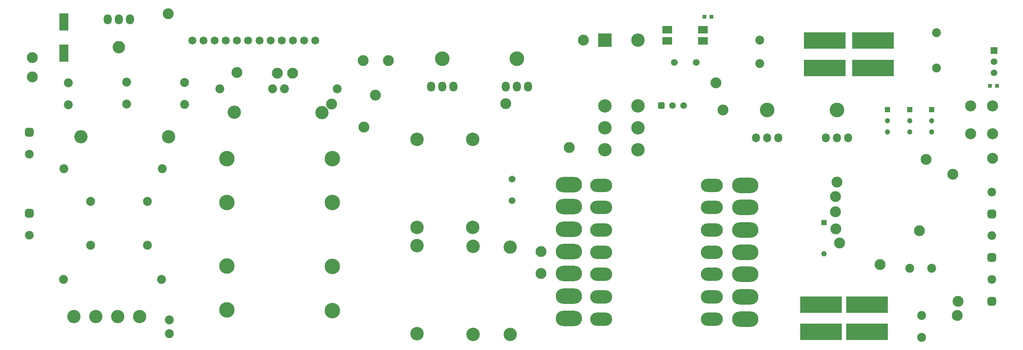
<source format=gbr>
%TF.GenerationSoftware,Altium Limited,Altium Designer,24.3.1 (35)*%
G04 Layer_Color=8388736*
%FSLAX43Y43*%
%MOMM*%
%TF.SameCoordinates,2EF1D394-34E5-4190-8ABA-250447B0B6E5*%
%TF.FilePolarity,Negative*%
%TF.FileFunction,Soldermask,Top*%
%TF.Part,Single*%
G01*
G75*
%TA.AperFunction,SMDPad,CuDef*%
%ADD12R,2.000X4.000*%
%ADD13R,2.200X1.700*%
%TA.AperFunction,ComponentPad*%
%ADD30C,3.048*%
%ADD47R,3.048X3.048*%
%ADD49R,1.200X1.200*%
%ADD50C,1.200*%
%ADD51C,1.250*%
%ADD52R,1.250X1.250*%
%ADD107C,1.544*%
%ADD108C,3.068*%
%ADD109O,5.020X3.020*%
%ADD110O,6.020X3.520*%
%ADD111C,3.520*%
%ADD112C,2.520*%
%ADD113C,2.020*%
%ADD114C,2.489*%
%ADD115C,3.020*%
%ADD116C,1.970*%
G04:AMPARAMS|DCode=117|XSize=1.97mm|YSize=1.97mm|CornerRadius=0.497mm|HoleSize=0mm|Usage=FLASHONLY|Rotation=90.000|XOffset=0mm|YOffset=0mm|HoleType=Round|Shape=RoundedRectangle|*
%AMROUNDEDRECTD117*
21,1,1.970,0.975,0,0,90.0*
21,1,0.975,1.970,0,0,90.0*
1,1,0.995,0.488,0.488*
1,1,0.995,0.488,-0.488*
1,1,0.995,-0.488,-0.488*
1,1,0.995,-0.488,0.488*
%
%ADD117ROUNDEDRECTD117*%
%ADD118O,1.798X2.052*%
%ADD119C,3.322*%
%ADD120O,1.798X2.306*%
%ADD121C,2.814*%
%ADD122C,1.820*%
%ADD123C,1.520*%
G04:AMPARAMS|DCode=124|XSize=1.52mm|YSize=1.52mm|CornerRadius=0.385mm|HoleSize=0mm|Usage=FLASHONLY|Rotation=180.000|XOffset=0mm|YOffset=0mm|HoleType=Round|Shape=RoundedRectangle|*
%AMROUNDEDRECTD124*
21,1,1.520,0.750,0,0,180.0*
21,1,0.750,1.520,0,0,180.0*
1,1,0.770,-0.375,0.375*
1,1,0.770,0.375,0.375*
1,1,0.770,0.375,-0.375*
1,1,0.770,-0.375,-0.375*
%
%ADD124ROUNDEDRECTD124*%
%ADD125R,1.520X1.520*%
%TA.AperFunction,SMDPad,CuDef*%
%ADD132R,9.520X3.770*%
%ADD133R,0.870X0.920*%
D12*
X12500Y69375D02*
D03*
Y76475D02*
D03*
D13*
X150000Y72105D02*
D03*
Y74645D02*
D03*
X158200D02*
D03*
Y72105D02*
D03*
D30*
X143350Y72325D02*
D03*
X135850Y57325D02*
D03*
Y52325D02*
D03*
Y47325D02*
D03*
X143350D02*
D03*
Y52325D02*
D03*
Y57325D02*
D03*
D47*
X135850Y72325D02*
D03*
D49*
X205317Y56465D02*
D03*
X210332D02*
D03*
X200277D02*
D03*
D50*
X205317Y53925D02*
D03*
Y51385D02*
D03*
X210332Y53925D02*
D03*
Y51385D02*
D03*
X200277Y53925D02*
D03*
Y51385D02*
D03*
D51*
X185800Y23600D02*
D03*
D52*
Y30700D02*
D03*
D107*
X114675Y35725D02*
D03*
Y40675D02*
D03*
X151675Y67225D02*
D03*
X156625D02*
D03*
D108*
X105667Y29592D02*
D03*
Y49658D02*
D03*
X93000Y25441D02*
D03*
Y5375D02*
D03*
Y49658D02*
D03*
Y29592D02*
D03*
X105725Y5271D02*
D03*
Y25337D02*
D03*
D109*
X160214Y13813D02*
D03*
Y18979D02*
D03*
Y23973D02*
D03*
Y29053D02*
D03*
Y34219D02*
D03*
Y39213D02*
D03*
X134941Y8733D02*
D03*
Y13813D02*
D03*
Y18979D02*
D03*
Y23973D02*
D03*
Y29053D02*
D03*
Y34219D02*
D03*
Y39213D02*
D03*
X160214Y8733D02*
D03*
D110*
X167834Y13813D02*
D03*
Y18979D02*
D03*
Y23973D02*
D03*
Y29053D02*
D03*
Y34219D02*
D03*
Y39213D02*
D03*
Y8733D02*
D03*
X127575Y13940D02*
D03*
Y19106D02*
D03*
Y24100D02*
D03*
Y29180D02*
D03*
Y34346D02*
D03*
Y39340D02*
D03*
Y8860D02*
D03*
D111*
X73700Y45275D02*
D03*
Y35275D02*
D03*
X49650Y10825D02*
D03*
Y20825D02*
D03*
Y35275D02*
D03*
Y45275D02*
D03*
X73700Y20700D02*
D03*
Y10700D02*
D03*
D112*
X224184Y51001D02*
D03*
X219184D02*
D03*
Y57351D02*
D03*
X224184D02*
D03*
D113*
X211425Y73975D02*
D03*
Y65975D02*
D03*
X171150Y66941D02*
D03*
Y72275D02*
D03*
X205350Y20325D02*
D03*
X210350D02*
D03*
X208000Y4600D02*
D03*
Y9600D02*
D03*
X13475Y62600D02*
D03*
Y57600D02*
D03*
X39975Y62625D02*
D03*
Y57625D02*
D03*
X26775Y57750D02*
D03*
Y62750D02*
D03*
X31525Y35525D02*
D03*
X18525D02*
D03*
X31525Y25525D02*
D03*
X18525D02*
D03*
X36500Y5450D02*
D03*
Y8550D02*
D03*
X34875Y42975D02*
D03*
X12475D02*
D03*
X34750Y17800D02*
D03*
X12350D02*
D03*
X48041Y61225D02*
D03*
X60041D02*
D03*
X62791D02*
D03*
X74791D02*
D03*
D114*
X162750Y56350D02*
D03*
X5225Y68325D02*
D03*
X216125Y9524D02*
D03*
X216328Y12750D02*
D03*
X5239Y63925D02*
D03*
X83475Y59799D02*
D03*
X86448Y67625D02*
D03*
X51875Y64925D02*
D03*
X73517Y57776D02*
D03*
X127650Y47875D02*
D03*
X80700Y67675D02*
D03*
X80875Y52525D02*
D03*
X61125Y64778D02*
D03*
X198550Y21175D02*
D03*
X130900Y72325D02*
D03*
X36225Y78300D02*
D03*
X64646Y64757D02*
D03*
X121275Y19150D02*
D03*
X121225Y24100D02*
D03*
X188725Y39952D02*
D03*
X189365Y26070D02*
D03*
X215125Y41725D02*
D03*
X113227Y57825D02*
D03*
X207489Y28895D02*
D03*
X188464Y29250D02*
D03*
X224250Y45403D02*
D03*
X161149Y62575D02*
D03*
X188389Y36677D02*
D03*
X188414Y33189D02*
D03*
X209025Y45100D02*
D03*
D115*
X29725Y9300D02*
D03*
X14725D02*
D03*
X19725D02*
D03*
X24725D02*
D03*
X16325Y50325D02*
D03*
X36300Y50275D02*
D03*
X114257Y25184D02*
D03*
X114207Y5209D02*
D03*
X51350Y55850D02*
D03*
X71325Y55800D02*
D03*
D116*
X224041Y17750D02*
D03*
X4550Y46325D02*
D03*
X4575Y27875D02*
D03*
X224041Y27750D02*
D03*
Y37675D02*
D03*
D117*
X224041Y12750D02*
D03*
X4550Y51325D02*
D03*
X4575Y32875D02*
D03*
X224041Y22750D02*
D03*
Y32675D02*
D03*
D118*
X170260Y50050D02*
D03*
X172800D02*
D03*
X175340D02*
D03*
X186177Y50027D02*
D03*
X188717D02*
D03*
X191257D02*
D03*
D119*
X172800Y56400D02*
D03*
X188717Y56377D02*
D03*
X115767Y68077D02*
D03*
X98742D02*
D03*
D120*
X27525Y77050D02*
D03*
X24985D02*
D03*
X22445D02*
D03*
X118307Y61727D02*
D03*
X115767D02*
D03*
X113227D02*
D03*
X96202D02*
D03*
X98742D02*
D03*
X101282D02*
D03*
D121*
X24985Y70700D02*
D03*
D122*
X59631Y72250D02*
D03*
X69791D02*
D03*
X49381D02*
D03*
X51921D02*
D03*
X54461D02*
D03*
X57091D02*
D03*
X44301D02*
D03*
X62171D02*
D03*
X64711D02*
D03*
X67251D02*
D03*
X41761D02*
D03*
X46841D02*
D03*
D123*
X153790Y57375D02*
D03*
X151250D02*
D03*
X224525Y64870D02*
D03*
Y67410D02*
D03*
D124*
X148710Y57375D02*
D03*
D125*
X224525Y69950D02*
D03*
D132*
X196950Y72225D02*
D03*
Y65975D02*
D03*
X185900Y72225D02*
D03*
Y65975D02*
D03*
X185100Y12050D02*
D03*
Y5800D02*
D03*
X195625D02*
D03*
Y12050D02*
D03*
D133*
X223650Y61900D02*
D03*
X225200D02*
D03*
X158525Y77600D02*
D03*
X160075D02*
D03*
%TF.MD5,842739af39cc4836cec2c0ab2811bcef*%
M02*

</source>
